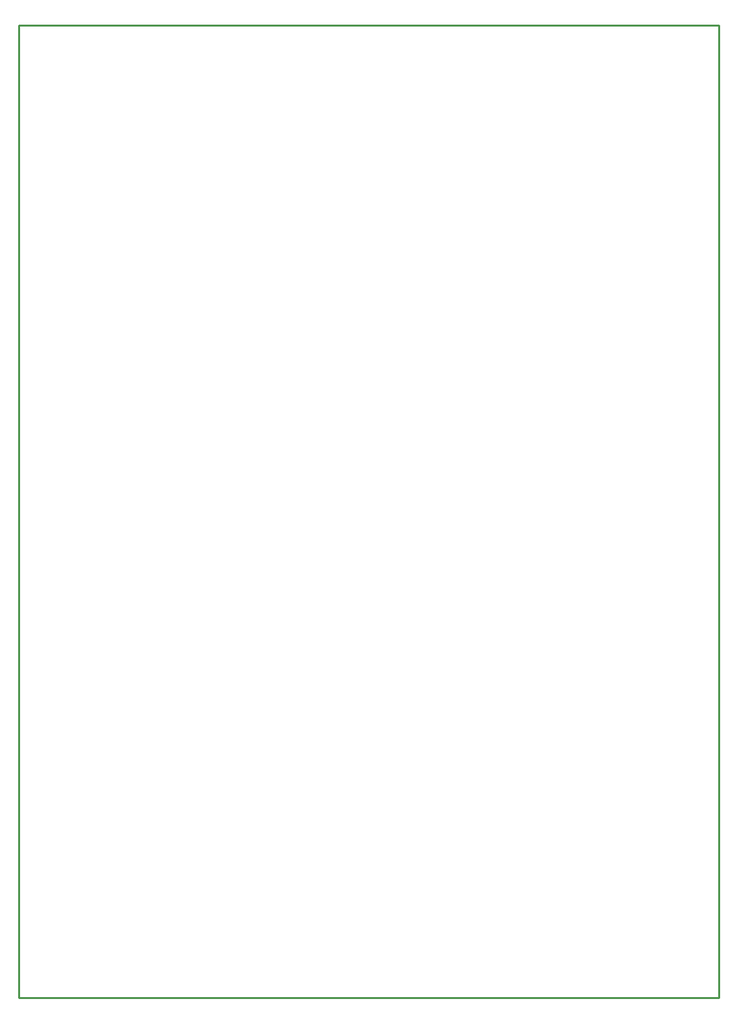
<source format=gko>
G04 Layer: BoardOutline*
G04 EasyEDA v6.4.25, 2021-10-17T04:34:47+09:00*
G04 29e239aed29846d893758c3e788ce2c8,c0f7d9c09faf4ba5b776d912e3b4b3b7,10*
G04 Gerber Generator version 0.2*
G04 Scale: 100 percent, Rotated: No, Reflected: No *
G04 Dimensions in millimeters *
G04 leading zeros omitted , absolute positions ,4 integer and 5 decimal *
%FSLAX45Y45*%
%MOMM*%

%ADD10C,0.2540*%
D10*
X762000Y13208000D02*
G01*
X9906000Y13208000D01*
X9906000Y5588000D01*
X9906000Y508000D01*
X762000Y508000D01*
X762000Y13208000D01*

%LPD*%
M02*

</source>
